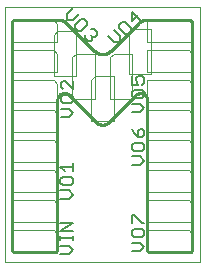
<source format=gto>
G75*
%MOIN*%
%OFA0B0*%
%FSLAX24Y24*%
%IPPOS*%
%LPD*%
%AMOC8*
5,1,8,0,0,1.08239X$1,22.5*
%
%ADD10C,0.0000*%
%ADD11C,0.0100*%
%ADD12C,0.0040*%
%ADD13C,0.0080*%
D10*
X002392Y002517D02*
X002392Y011017D01*
X008892Y011017D01*
X008892Y002517D01*
X002392Y002517D01*
D11*
X002704Y002829D02*
X004053Y002829D01*
X004053Y002830D02*
X004070Y002832D01*
X004087Y002837D01*
X004102Y002845D01*
X004115Y002856D01*
X004126Y002869D01*
X004134Y002884D01*
X004139Y002901D01*
X004141Y002918D01*
X004142Y002918D02*
X004142Y007910D01*
X004144Y007939D01*
X004150Y007968D01*
X004159Y007996D01*
X004172Y008023D01*
X004188Y008047D01*
X004208Y008069D01*
X004230Y008089D01*
X004255Y008105D01*
X004281Y008118D01*
X004309Y008127D01*
X004338Y008133D01*
X004367Y008135D01*
X004396Y008133D01*
X004425Y008127D01*
X004453Y008118D01*
X004480Y008105D01*
X004504Y008089D01*
X004526Y008069D01*
X005421Y007175D01*
X005445Y007153D01*
X005472Y007133D01*
X005500Y007117D01*
X005530Y007104D01*
X005561Y007094D01*
X005593Y007087D01*
X005626Y007083D01*
X005658Y007083D01*
X005691Y007087D01*
X005723Y007094D01*
X005754Y007104D01*
X005784Y007117D01*
X005812Y007133D01*
X005839Y007153D01*
X005863Y007175D01*
X006757Y008069D01*
X006779Y008089D01*
X006803Y008105D01*
X006830Y008118D01*
X006858Y008127D01*
X006887Y008133D01*
X006916Y008135D01*
X006945Y008133D01*
X006974Y008127D01*
X007002Y008118D01*
X007028Y008105D01*
X007053Y008089D01*
X007075Y008069D01*
X007095Y008047D01*
X007111Y008023D01*
X007124Y007996D01*
X007133Y007968D01*
X007139Y007939D01*
X007141Y007910D01*
X007142Y007910D02*
X007142Y002892D01*
X007141Y002892D02*
X007143Y002878D01*
X007147Y002865D01*
X007155Y002853D01*
X007165Y002843D01*
X007177Y002835D01*
X007190Y002831D01*
X007204Y002829D01*
X008553Y002829D01*
X008553Y002830D02*
X008570Y002832D01*
X008587Y002837D01*
X008602Y002845D01*
X008615Y002856D01*
X008626Y002869D01*
X008634Y002884D01*
X008639Y002901D01*
X008641Y002918D01*
X008642Y002918D02*
X008642Y010439D01*
X008640Y010461D01*
X008635Y010482D01*
X008627Y010503D01*
X008615Y010521D01*
X008601Y010538D01*
X008584Y010552D01*
X008566Y010564D01*
X008545Y010572D01*
X008524Y010577D01*
X008502Y010579D01*
X007105Y010579D01*
X006847Y010472D02*
X005921Y009546D01*
X005921Y009547D02*
X005893Y009521D01*
X005861Y009498D01*
X005828Y009478D01*
X005793Y009461D01*
X005757Y009448D01*
X005719Y009439D01*
X005681Y009433D01*
X005642Y009431D01*
X005603Y009433D01*
X005565Y009439D01*
X005527Y009448D01*
X005491Y009461D01*
X005456Y009478D01*
X005423Y009498D01*
X005391Y009521D01*
X005363Y009547D01*
X005362Y009546D02*
X004436Y010472D01*
X004178Y010579D02*
X002704Y010579D01*
X002704Y010580D02*
X002690Y010578D01*
X002677Y010574D01*
X002665Y010566D01*
X002655Y010556D01*
X002647Y010544D01*
X002643Y010531D01*
X002641Y010517D01*
X002642Y010517D02*
X002642Y002892D01*
X002641Y002892D02*
X002643Y002878D01*
X002647Y002865D01*
X002655Y002853D01*
X002665Y002843D01*
X002677Y002835D01*
X002690Y002831D01*
X002704Y002829D01*
X007017Y008142D02*
X007017Y008160D01*
X006848Y010472D02*
X006874Y010496D01*
X006903Y010518D01*
X006933Y010536D01*
X006966Y010551D01*
X006999Y010563D01*
X007034Y010572D01*
X007069Y010577D01*
X007105Y010579D01*
X004435Y010472D02*
X004409Y010496D01*
X004380Y010518D01*
X004350Y010536D01*
X004317Y010551D01*
X004284Y010563D01*
X004249Y010572D01*
X004214Y010577D01*
X004178Y010579D01*
D12*
X004142Y010454D02*
X004017Y010579D01*
X002642Y010579D01*
X002642Y009829D01*
X004142Y009829D01*
X004142Y010454D01*
X004142Y010204D02*
X004017Y010079D01*
X004017Y008704D01*
X004767Y008704D01*
X004767Y010204D01*
X004142Y010204D01*
X004017Y009579D02*
X004142Y009454D01*
X004142Y008829D01*
X002642Y008829D01*
X002642Y009579D01*
X004017Y009579D01*
X004642Y009329D02*
X004767Y009454D01*
X005392Y009454D01*
X005392Y007954D01*
X004642Y007954D01*
X004642Y009329D01*
X005267Y008579D02*
X005392Y008704D01*
X006017Y008704D01*
X006017Y007204D01*
X005267Y007204D01*
X005267Y008579D01*
X005892Y007954D02*
X005892Y009329D01*
X006017Y009454D01*
X006642Y009454D01*
X006642Y007954D01*
X005892Y007954D01*
X006517Y008767D02*
X006517Y010142D01*
X006642Y010267D01*
X007267Y010267D01*
X007267Y008767D01*
X006517Y008767D01*
X007142Y008829D02*
X007142Y009579D01*
X008517Y009579D01*
X008642Y009454D01*
X008642Y008829D01*
X007142Y008829D01*
X007142Y008579D02*
X008517Y008579D01*
X008642Y008454D01*
X008642Y007829D01*
X007142Y007829D01*
X007142Y008579D01*
X007142Y007579D02*
X008517Y007579D01*
X008642Y007454D01*
X008642Y006829D01*
X007142Y006829D01*
X007142Y007579D01*
X007142Y006579D02*
X008517Y006579D01*
X008642Y006454D01*
X008642Y005829D01*
X007142Y005829D01*
X007142Y006579D01*
X007142Y005579D02*
X008517Y005579D01*
X008642Y005454D01*
X008642Y004829D01*
X007142Y004829D01*
X007142Y005579D01*
X007142Y004579D02*
X008517Y004579D01*
X008642Y004454D01*
X008642Y003829D01*
X007142Y003829D01*
X007142Y004579D01*
X007142Y003579D02*
X008517Y003579D01*
X008642Y003454D01*
X008642Y002829D01*
X007142Y002829D01*
X007142Y003579D01*
X004142Y003454D02*
X004142Y002829D01*
X002642Y002829D01*
X002642Y003579D01*
X004017Y003579D01*
X004142Y003454D01*
X004142Y003829D02*
X002642Y003829D01*
X002642Y004579D01*
X004017Y004579D01*
X004142Y004454D01*
X004142Y003829D01*
X004142Y004829D02*
X002642Y004829D01*
X002642Y005579D01*
X004017Y005579D01*
X004142Y005454D01*
X004142Y004829D01*
X004142Y005829D02*
X002642Y005829D01*
X002642Y006579D01*
X004017Y006579D01*
X004142Y006454D01*
X004142Y005829D01*
X004142Y006829D02*
X002642Y006829D01*
X002642Y007579D01*
X004017Y007579D01*
X004142Y007454D01*
X004142Y006829D01*
X004142Y007829D02*
X002642Y007829D01*
X002642Y008579D01*
X004017Y008579D01*
X004142Y008454D01*
X004142Y007829D01*
X007142Y009829D02*
X007142Y010579D01*
X008517Y010579D01*
X008642Y010454D01*
X008642Y009829D01*
X007142Y009829D01*
D13*
X006598Y010217D02*
X006598Y010316D01*
X006399Y010514D01*
X006300Y010514D01*
X006201Y010415D01*
X006201Y010316D01*
X006399Y010118D01*
X006498Y010118D01*
X006598Y010217D01*
X006626Y010542D02*
X006824Y010740D01*
X006923Y010542D02*
X006626Y010839D01*
X006626Y010542D01*
X006222Y010040D02*
X006024Y010238D01*
X005826Y010040D02*
X006024Y009842D01*
X006222Y009842D01*
X006222Y010040D01*
X005457Y010068D02*
X005408Y010018D01*
X005309Y010018D01*
X005309Y009919D01*
X005259Y009870D01*
X005160Y009870D01*
X005061Y009969D01*
X005061Y010068D01*
X004934Y010195D02*
X005132Y010393D01*
X005132Y010493D01*
X005033Y010592D01*
X004934Y010592D01*
X004736Y010393D01*
X004736Y010294D01*
X004835Y010195D01*
X004934Y010195D01*
X005259Y010266D02*
X005358Y010266D01*
X005457Y010167D01*
X005457Y010068D01*
X005309Y010018D02*
X005259Y010068D01*
X004658Y010570D02*
X004856Y010769D01*
X004658Y010570D02*
X004460Y010570D01*
X004460Y010769D01*
X004658Y010967D01*
X006619Y008695D02*
X006619Y008415D01*
X006829Y008415D01*
X006759Y008555D01*
X006759Y008625D01*
X006829Y008695D01*
X006969Y008695D01*
X007039Y008625D01*
X007039Y008485D01*
X006969Y008415D01*
X006969Y008235D02*
X006689Y008235D01*
X006619Y008165D01*
X006619Y008025D01*
X006689Y007955D01*
X006969Y007955D01*
X007039Y008025D01*
X007039Y008165D01*
X006969Y008235D01*
X006899Y007774D02*
X006619Y007774D01*
X006619Y007494D02*
X006899Y007494D01*
X007039Y007634D01*
X006899Y007774D01*
X006899Y006945D02*
X006829Y006875D01*
X006829Y006665D01*
X006969Y006665D01*
X007039Y006735D01*
X007039Y006875D01*
X006969Y006945D01*
X006899Y006945D01*
X006689Y006805D02*
X006829Y006665D01*
X006689Y006805D02*
X006619Y006945D01*
X006689Y006485D02*
X006619Y006415D01*
X006619Y006275D01*
X006689Y006205D01*
X006969Y006205D01*
X007039Y006275D01*
X007039Y006415D01*
X006969Y006485D01*
X006689Y006485D01*
X006619Y006024D02*
X006899Y006024D01*
X007039Y005884D01*
X006899Y005744D01*
X006619Y005744D01*
X006619Y004070D02*
X006689Y004070D01*
X006969Y003790D01*
X007039Y003790D01*
X006969Y003610D02*
X006689Y003610D01*
X006619Y003540D01*
X006619Y003400D01*
X006689Y003330D01*
X006969Y003330D01*
X007039Y003400D01*
X007039Y003540D01*
X006969Y003610D01*
X006619Y003790D02*
X006619Y004070D01*
X006619Y003149D02*
X006899Y003149D01*
X007039Y003009D01*
X006899Y002869D01*
X006619Y002869D01*
X004664Y002907D02*
X004524Y003047D01*
X004244Y003047D01*
X004244Y003227D02*
X004244Y003367D01*
X004244Y003297D02*
X004664Y003297D01*
X004664Y003227D02*
X004664Y003367D01*
X004664Y003534D02*
X004244Y003534D01*
X004664Y003814D01*
X004244Y003814D01*
X004244Y004613D02*
X004524Y004613D01*
X004664Y004753D01*
X004524Y004893D01*
X004244Y004893D01*
X004314Y005073D02*
X004594Y005073D01*
X004664Y005143D01*
X004664Y005284D01*
X004594Y005354D01*
X004314Y005354D01*
X004244Y005284D01*
X004244Y005143D01*
X004314Y005073D01*
X004384Y005534D02*
X004244Y005674D01*
X004664Y005674D01*
X004664Y005534D02*
X004664Y005814D01*
X004537Y007338D02*
X004256Y007338D01*
X004256Y007618D02*
X004537Y007618D01*
X004677Y007478D01*
X004537Y007338D01*
X004607Y007798D02*
X004326Y007798D01*
X004256Y007868D01*
X004256Y008009D01*
X004326Y008079D01*
X004607Y008079D01*
X004677Y008009D01*
X004677Y007868D01*
X004607Y007798D01*
X004677Y008259D02*
X004396Y008539D01*
X004326Y008539D01*
X004256Y008469D01*
X004256Y008329D01*
X004326Y008259D01*
X004677Y008259D02*
X004677Y008539D01*
X004664Y002907D02*
X004524Y002766D01*
X004244Y002766D01*
M02*

</source>
